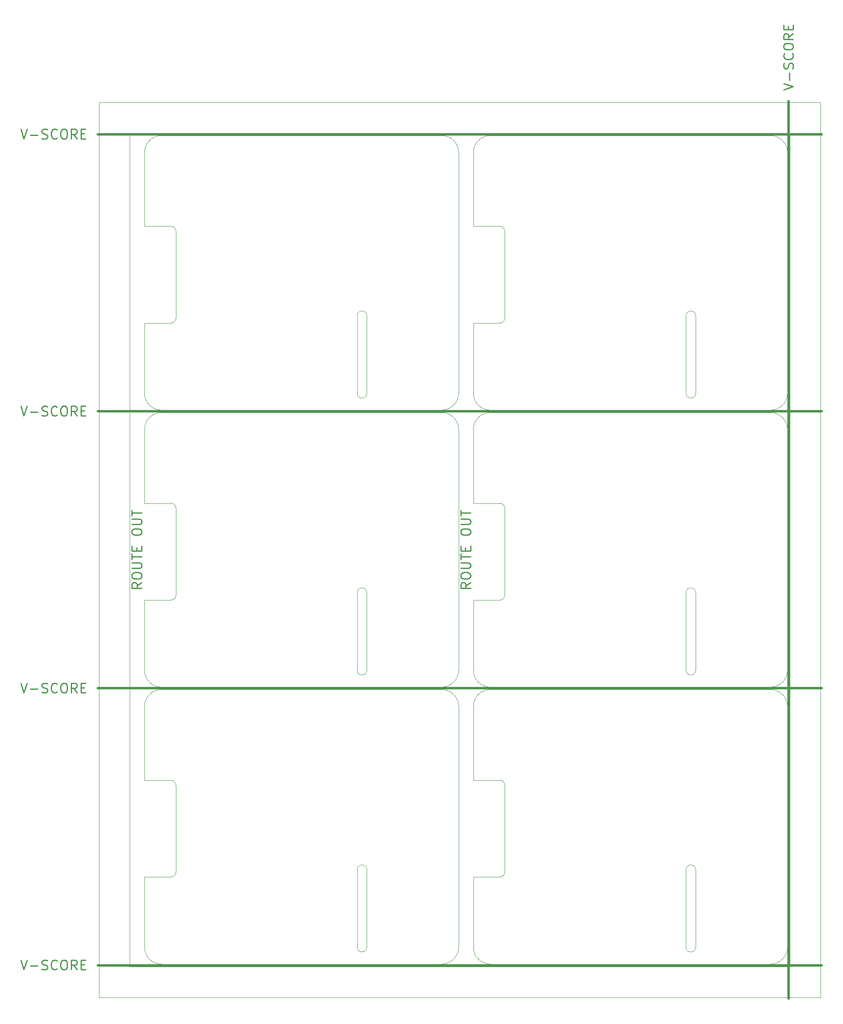
<source format=gko>
%TF.GenerationSoftware,KiCad,Pcbnew,8.0.7*%
%TF.CreationDate,2025-01-21T13:01:45+00:00*%
%TF.ProjectId,SparkFun_GNSS_HAT+_panelized,53706172-6b46-4756-9e5f-474e53535f48,v10*%
%TF.SameCoordinates,Original*%
%TF.FileFunction,Soldermask,Bot*%
%TF.FilePolarity,Negative*%
%FSLAX46Y46*%
G04 Gerber Fmt 4.6, Leading zero omitted, Abs format (unit mm)*
G04 Created by KiCad (PCBNEW 8.0.7) date 2025-01-21 13:01:45*
%MOMM*%
%LPD*%
G01*
G04 APERTURE LIST*
%TA.AperFunction,Profile*%
%ADD10C,0.100000*%
%TD*%
%ADD11C,0.500000*%
%ADD12C,0.250000*%
G04 APERTURE END LIST*
D10*
X73540000Y75250000D02*
X68040000Y75250000D01*
X133040000Y118000000D02*
G75*
G02*
X129540000Y114500000I-3500000J0D01*
G01*
X71540000Y0D02*
G75*
G02*
X68040000Y3500000I0J3500000D01*
G01*
X5500000Y38000000D02*
G75*
G02*
X6500000Y37000000I0J-1000000D01*
G01*
X68040000Y167750000D02*
G75*
G02*
X71540000Y171250000I3500000J0D01*
G01*
X6500000Y94250000D02*
X6500000Y76250000D01*
X73540000Y38000000D02*
G75*
G02*
X74540000Y37000000I0J-1000000D01*
G01*
X139890000Y-6850000D02*
X-9390000Y-6850000D01*
X129540000Y171250000D02*
G75*
G02*
X133040000Y167750000I0J-3500000D01*
G01*
X3500000Y0D02*
G75*
G02*
X0Y3500000I0J3500000D01*
G01*
X73540000Y18000000D02*
X68040000Y18000000D01*
X73540000Y152500000D02*
G75*
G02*
X74540000Y151500000I0J-1000000D01*
G01*
X0Y110500000D02*
X0Y95250000D01*
X74540000Y94250000D02*
X74540000Y76250000D01*
X112040000Y134000000D02*
G75*
G02*
X114040000Y134000000I1000000J0D01*
G01*
X74540000Y133500000D02*
G75*
G02*
X73540000Y132500000I-1000000J0D01*
G01*
X-3040000Y171750000D02*
X133540000Y171750000D01*
X129540000Y56750000D02*
G75*
G02*
X133040000Y53250000I0J-3500000D01*
G01*
X68040000Y53250000D02*
X68040000Y38000000D01*
X5500000Y132500000D02*
X0Y132500000D01*
X114040000Y60750000D02*
G75*
G02*
X112040000Y60750000I-1000000J0D01*
G01*
X0Y18000000D02*
X0Y3500000D01*
X133540000Y-500000D02*
X-3040000Y-500000D01*
X0Y110500000D02*
G75*
G02*
X3500000Y114000000I3500000J0D01*
G01*
X0Y95250000D02*
X5500000Y95250000D01*
X114040000Y3500000D02*
X114040000Y19500000D01*
X65000000Y118000000D02*
X65000000Y167750000D01*
X6500000Y151500000D02*
X6500000Y133500000D01*
X5500000Y95250000D02*
G75*
G02*
X6500000Y94250000I0J-1000000D01*
G01*
X68040000Y132500000D02*
X68040000Y118000000D01*
X68040000Y18000000D02*
X68040000Y3500000D01*
X68040000Y38000000D02*
X73540000Y38000000D01*
X3500000Y0D02*
X61500000Y0D01*
X129540000Y114000000D02*
G75*
G02*
X133040000Y110500000I0J-3500000D01*
G01*
X3500000Y56750000D02*
X61500000Y56750000D01*
X133040000Y60750000D02*
X133040000Y110500000D01*
X133040000Y3500000D02*
G75*
G02*
X129540000Y0I-3500000J0D01*
G01*
X114040000Y118000000D02*
X114040000Y134000000D01*
X65000000Y3500000D02*
X65000000Y53250000D01*
X44000000Y76750000D02*
G75*
G02*
X46000000Y76750000I1000000J0D01*
G01*
X73540000Y95250000D02*
G75*
G02*
X74540000Y94250000I0J-1000000D01*
G01*
X65000000Y60750000D02*
G75*
G02*
X61500000Y57250000I-3500000J0D01*
G01*
X74540000Y19000000D02*
G75*
G02*
X73540000Y18000000I-1000000J0D01*
G01*
X114040000Y60750000D02*
X114040000Y76750000D01*
X6500000Y76250000D02*
G75*
G02*
X5500000Y75250000I-1000000J0D01*
G01*
X68040000Y95250000D02*
X73540000Y95250000D01*
X0Y167750000D02*
G75*
G02*
X3500000Y171250000I3500000J0D01*
G01*
X133040000Y3500000D02*
X133040000Y53250000D01*
X44000000Y134000000D02*
G75*
G02*
X46000000Y134000000I1000000J0D01*
G01*
X68040000Y167750000D02*
X68040000Y152500000D01*
X71540000Y57250000D02*
X129540000Y57250000D01*
X0Y152500000D02*
X5500000Y152500000D01*
X74540000Y76250000D02*
G75*
G02*
X73540000Y75250000I-1000000J0D01*
G01*
X0Y167750000D02*
X0Y152500000D01*
X44000000Y118000000D02*
X44000000Y134000000D01*
X112040000Y76750000D02*
G75*
G02*
X114040000Y76750000I1000000J0D01*
G01*
X112040000Y19500000D02*
G75*
G02*
X114040000Y19500000I1000000J0D01*
G01*
X46000000Y3500000D02*
X46000000Y19500000D01*
X-3040000Y-500000D02*
X-3040000Y171750000D01*
X71540000Y171250000D02*
X129540000Y171250000D01*
X133040000Y60750000D02*
G75*
G02*
X129540000Y57250000I-3500000J0D01*
G01*
X61500000Y171250000D02*
G75*
G02*
X65000000Y167750000I0J-3500000D01*
G01*
X112040000Y3500000D02*
X112040000Y19500000D01*
X74540000Y37000000D02*
X74540000Y19000000D01*
X65000000Y60750000D02*
X65000000Y110500000D01*
X71540000Y114000000D02*
X129540000Y114000000D01*
X68040000Y110500000D02*
G75*
G02*
X71540000Y114000000I3500000J0D01*
G01*
X3500000Y171250000D02*
X61500000Y171250000D01*
X0Y132500000D02*
X0Y118000000D01*
X71540000Y0D02*
X129540000Y0D01*
X3500000Y114000000D02*
X61500000Y114000000D01*
X61500000Y114000000D02*
G75*
G02*
X65000000Y110500000I0J-3500000D01*
G01*
X112040000Y118000000D02*
X112040000Y134000000D01*
X71540000Y114500000D02*
G75*
G02*
X68040000Y118000000I0J3500000D01*
G01*
X114040000Y3500000D02*
G75*
G02*
X112040000Y3500000I-1000000J0D01*
G01*
X46000000Y118000000D02*
X46000000Y134000000D01*
X6500000Y37000000D02*
X6500000Y19000000D01*
X71540000Y56750000D02*
X129540000Y56750000D01*
X0Y53250000D02*
X0Y38000000D01*
X0Y53250000D02*
G75*
G02*
X3500000Y56750000I3500000J0D01*
G01*
X46000000Y118000000D02*
G75*
G02*
X44000000Y118000000I-1000000J0D01*
G01*
X65000000Y118000000D02*
G75*
G02*
X61500000Y114500000I-3500000J0D01*
G01*
X61500000Y56750000D02*
G75*
G02*
X65000000Y53250000I0J-3500000D01*
G01*
X5500000Y152500000D02*
G75*
G02*
X6500000Y151500000I0J-1000000D01*
G01*
X74540000Y151500000D02*
X74540000Y133500000D01*
X71540000Y114500000D02*
X129540000Y114500000D01*
X3500000Y114500000D02*
G75*
G02*
X0Y118000000I0J3500000D01*
G01*
X0Y38000000D02*
X5500000Y38000000D01*
X65000000Y3500000D02*
G75*
G02*
X61500000Y0I-3500000J0D01*
G01*
X68040000Y53250000D02*
G75*
G02*
X71540000Y56750000I3500000J0D01*
G01*
X139890000Y178100000D02*
X139890000Y-6850000D01*
X71540000Y57250000D02*
G75*
G02*
X68040000Y60750000I0J3500000D01*
G01*
X46000000Y3500000D02*
G75*
G02*
X44000000Y3500000I-1000000J0D01*
G01*
X6500000Y133500000D02*
G75*
G02*
X5500000Y132500000I-1000000J0D01*
G01*
X44000000Y19500000D02*
G75*
G02*
X46000000Y19500000I1000000J0D01*
G01*
X114040000Y118000000D02*
G75*
G02*
X112040000Y118000000I-1000000J0D01*
G01*
X68040000Y75250000D02*
X68040000Y60750000D01*
X3500000Y57250000D02*
X61500000Y57250000D01*
X5500000Y75250000D02*
X0Y75250000D01*
X46000000Y60750000D02*
G75*
G02*
X44000000Y60750000I-1000000J0D01*
G01*
X3500000Y114500000D02*
X61500000Y114500000D01*
X-9390000Y-6850000D02*
X-9390000Y178100000D01*
X0Y75250000D02*
X0Y60750000D01*
X3500000Y57250000D02*
G75*
G02*
X0Y60750000I0J3500000D01*
G01*
X133040000Y118000000D02*
X133040000Y167750000D01*
X73540000Y132500000D02*
X68040000Y132500000D01*
X133540000Y171750000D02*
X133540000Y-500000D01*
X68040000Y152500000D02*
X73540000Y152500000D01*
X5500000Y18000000D02*
X0Y18000000D01*
X-9390000Y178100000D02*
X139890000Y178100000D01*
X46000000Y60750000D02*
X46000000Y76750000D01*
X44000000Y60750000D02*
X44000000Y76750000D01*
X68040000Y110500000D02*
X68040000Y95250000D01*
X6500000Y19000000D02*
G75*
G02*
X5500000Y18000000I-1000000J0D01*
G01*
X112040000Y60750000D02*
X112040000Y76750000D01*
X44000000Y3500000D02*
X44000000Y19500000D01*
D11*
X-9640000Y114250000D02*
X140140000Y114250000D01*
X133290000Y178350000D02*
X133290000Y-7100000D01*
X-9640000Y171500000D02*
X140140000Y171500000D01*
X-9640000Y57000000D02*
X140140000Y57000000D01*
X-9640000Y-250000D02*
X140140000Y-250000D01*
D12*
X-25613997Y115337762D02*
X-24947331Y113337762D01*
X-24947331Y113337762D02*
X-24280664Y115337762D01*
X-23613997Y114099667D02*
X-22090187Y114099667D01*
X-21233045Y113433000D02*
X-20947331Y113337762D01*
X-20947331Y113337762D02*
X-20471140Y113337762D01*
X-20471140Y113337762D02*
X-20280664Y113433000D01*
X-20280664Y113433000D02*
X-20185426Y113528239D01*
X-20185426Y113528239D02*
X-20090188Y113718715D01*
X-20090188Y113718715D02*
X-20090188Y113909191D01*
X-20090188Y113909191D02*
X-20185426Y114099667D01*
X-20185426Y114099667D02*
X-20280664Y114194905D01*
X-20280664Y114194905D02*
X-20471140Y114290143D01*
X-20471140Y114290143D02*
X-20852093Y114385381D01*
X-20852093Y114385381D02*
X-21042569Y114480620D01*
X-21042569Y114480620D02*
X-21137807Y114575858D01*
X-21137807Y114575858D02*
X-21233045Y114766334D01*
X-21233045Y114766334D02*
X-21233045Y114956810D01*
X-21233045Y114956810D02*
X-21137807Y115147286D01*
X-21137807Y115147286D02*
X-21042569Y115242524D01*
X-21042569Y115242524D02*
X-20852093Y115337762D01*
X-20852093Y115337762D02*
X-20375902Y115337762D01*
X-20375902Y115337762D02*
X-20090188Y115242524D01*
X-18090188Y113528239D02*
X-18185426Y113433000D01*
X-18185426Y113433000D02*
X-18471140Y113337762D01*
X-18471140Y113337762D02*
X-18661616Y113337762D01*
X-18661616Y113337762D02*
X-18947331Y113433000D01*
X-18947331Y113433000D02*
X-19137807Y113623477D01*
X-19137807Y113623477D02*
X-19233045Y113813953D01*
X-19233045Y113813953D02*
X-19328283Y114194905D01*
X-19328283Y114194905D02*
X-19328283Y114480620D01*
X-19328283Y114480620D02*
X-19233045Y114861572D01*
X-19233045Y114861572D02*
X-19137807Y115052048D01*
X-19137807Y115052048D02*
X-18947331Y115242524D01*
X-18947331Y115242524D02*
X-18661616Y115337762D01*
X-18661616Y115337762D02*
X-18471140Y115337762D01*
X-18471140Y115337762D02*
X-18185426Y115242524D01*
X-18185426Y115242524D02*
X-18090188Y115147286D01*
X-16852093Y115337762D02*
X-16471140Y115337762D01*
X-16471140Y115337762D02*
X-16280664Y115242524D01*
X-16280664Y115242524D02*
X-16090188Y115052048D01*
X-16090188Y115052048D02*
X-15994950Y114671096D01*
X-15994950Y114671096D02*
X-15994950Y114004429D01*
X-15994950Y114004429D02*
X-16090188Y113623477D01*
X-16090188Y113623477D02*
X-16280664Y113433000D01*
X-16280664Y113433000D02*
X-16471140Y113337762D01*
X-16471140Y113337762D02*
X-16852093Y113337762D01*
X-16852093Y113337762D02*
X-17042569Y113433000D01*
X-17042569Y113433000D02*
X-17233045Y113623477D01*
X-17233045Y113623477D02*
X-17328283Y114004429D01*
X-17328283Y114004429D02*
X-17328283Y114671096D01*
X-17328283Y114671096D02*
X-17233045Y115052048D01*
X-17233045Y115052048D02*
X-17042569Y115242524D01*
X-17042569Y115242524D02*
X-16852093Y115337762D01*
X-13994950Y113337762D02*
X-14661617Y114290143D01*
X-15137807Y113337762D02*
X-15137807Y115337762D01*
X-15137807Y115337762D02*
X-14375902Y115337762D01*
X-14375902Y115337762D02*
X-14185426Y115242524D01*
X-14185426Y115242524D02*
X-14090188Y115147286D01*
X-14090188Y115147286D02*
X-13994950Y114956810D01*
X-13994950Y114956810D02*
X-13994950Y114671096D01*
X-13994950Y114671096D02*
X-14090188Y114480620D01*
X-14090188Y114480620D02*
X-14185426Y114385381D01*
X-14185426Y114385381D02*
X-14375902Y114290143D01*
X-14375902Y114290143D02*
X-15137807Y114290143D01*
X-13137807Y114385381D02*
X-12471140Y114385381D01*
X-12185426Y113337762D02*
X-13137807Y113337762D01*
X-13137807Y113337762D02*
X-13137807Y115337762D01*
X-13137807Y115337762D02*
X-12185426Y115337762D01*
X-607762Y78863095D02*
X-1560143Y78196428D01*
X-607762Y77720238D02*
X-2607762Y77720238D01*
X-2607762Y77720238D02*
X-2607762Y78482143D01*
X-2607762Y78482143D02*
X-2512524Y78672619D01*
X-2512524Y78672619D02*
X-2417286Y78767857D01*
X-2417286Y78767857D02*
X-2226810Y78863095D01*
X-2226810Y78863095D02*
X-1941096Y78863095D01*
X-1941096Y78863095D02*
X-1750620Y78767857D01*
X-1750620Y78767857D02*
X-1655381Y78672619D01*
X-1655381Y78672619D02*
X-1560143Y78482143D01*
X-1560143Y78482143D02*
X-1560143Y77720238D01*
X-2607762Y80101190D02*
X-2607762Y80482143D01*
X-2607762Y80482143D02*
X-2512524Y80672619D01*
X-2512524Y80672619D02*
X-2322048Y80863095D01*
X-2322048Y80863095D02*
X-1941096Y80958333D01*
X-1941096Y80958333D02*
X-1274429Y80958333D01*
X-1274429Y80958333D02*
X-893477Y80863095D01*
X-893477Y80863095D02*
X-703000Y80672619D01*
X-703000Y80672619D02*
X-607762Y80482143D01*
X-607762Y80482143D02*
X-607762Y80101190D01*
X-607762Y80101190D02*
X-703000Y79910714D01*
X-703000Y79910714D02*
X-893477Y79720238D01*
X-893477Y79720238D02*
X-1274429Y79625000D01*
X-1274429Y79625000D02*
X-1941096Y79625000D01*
X-1941096Y79625000D02*
X-2322048Y79720238D01*
X-2322048Y79720238D02*
X-2512524Y79910714D01*
X-2512524Y79910714D02*
X-2607762Y80101190D01*
X-2607762Y81815476D02*
X-988715Y81815476D01*
X-988715Y81815476D02*
X-798239Y81910714D01*
X-798239Y81910714D02*
X-703000Y82005952D01*
X-703000Y82005952D02*
X-607762Y82196428D01*
X-607762Y82196428D02*
X-607762Y82577381D01*
X-607762Y82577381D02*
X-703000Y82767857D01*
X-703000Y82767857D02*
X-798239Y82863095D01*
X-798239Y82863095D02*
X-988715Y82958333D01*
X-988715Y82958333D02*
X-2607762Y82958333D01*
X-2607762Y83625000D02*
X-2607762Y84767857D01*
X-607762Y84196428D02*
X-2607762Y84196428D01*
X-1655381Y85434524D02*
X-1655381Y86101191D01*
X-607762Y86386905D02*
X-607762Y85434524D01*
X-607762Y85434524D02*
X-2607762Y85434524D01*
X-2607762Y85434524D02*
X-2607762Y86386905D01*
X-2607762Y89148810D02*
X-2607762Y89529763D01*
X-2607762Y89529763D02*
X-2512524Y89720239D01*
X-2512524Y89720239D02*
X-2322048Y89910715D01*
X-2322048Y89910715D02*
X-1941096Y90005953D01*
X-1941096Y90005953D02*
X-1274429Y90005953D01*
X-1274429Y90005953D02*
X-893477Y89910715D01*
X-893477Y89910715D02*
X-703000Y89720239D01*
X-703000Y89720239D02*
X-607762Y89529763D01*
X-607762Y89529763D02*
X-607762Y89148810D01*
X-607762Y89148810D02*
X-703000Y88958334D01*
X-703000Y88958334D02*
X-893477Y88767858D01*
X-893477Y88767858D02*
X-1274429Y88672620D01*
X-1274429Y88672620D02*
X-1941096Y88672620D01*
X-1941096Y88672620D02*
X-2322048Y88767858D01*
X-2322048Y88767858D02*
X-2512524Y88958334D01*
X-2512524Y88958334D02*
X-2607762Y89148810D01*
X-2607762Y90863096D02*
X-988715Y90863096D01*
X-988715Y90863096D02*
X-798239Y90958334D01*
X-798239Y90958334D02*
X-703000Y91053572D01*
X-703000Y91053572D02*
X-607762Y91244048D01*
X-607762Y91244048D02*
X-607762Y91625001D01*
X-607762Y91625001D02*
X-703000Y91815477D01*
X-703000Y91815477D02*
X-798239Y91910715D01*
X-798239Y91910715D02*
X-988715Y92005953D01*
X-988715Y92005953D02*
X-2607762Y92005953D01*
X-2607762Y92672620D02*
X-2607762Y93815477D01*
X-607762Y93244048D02*
X-2607762Y93244048D01*
X-25613997Y837762D02*
X-24947331Y-1162238D01*
X-24947331Y-1162238D02*
X-24280664Y837762D01*
X-23613997Y-400333D02*
X-22090187Y-400333D01*
X-21233045Y-1067000D02*
X-20947331Y-1162238D01*
X-20947331Y-1162238D02*
X-20471140Y-1162238D01*
X-20471140Y-1162238D02*
X-20280664Y-1067000D01*
X-20280664Y-1067000D02*
X-20185426Y-971761D01*
X-20185426Y-971761D02*
X-20090188Y-781285D01*
X-20090188Y-781285D02*
X-20090188Y-590809D01*
X-20090188Y-590809D02*
X-20185426Y-400333D01*
X-20185426Y-400333D02*
X-20280664Y-305095D01*
X-20280664Y-305095D02*
X-20471140Y-209857D01*
X-20471140Y-209857D02*
X-20852093Y-114619D01*
X-20852093Y-114619D02*
X-21042569Y-19380D01*
X-21042569Y-19380D02*
X-21137807Y75858D01*
X-21137807Y75858D02*
X-21233045Y266334D01*
X-21233045Y266334D02*
X-21233045Y456810D01*
X-21233045Y456810D02*
X-21137807Y647286D01*
X-21137807Y647286D02*
X-21042569Y742524D01*
X-21042569Y742524D02*
X-20852093Y837762D01*
X-20852093Y837762D02*
X-20375902Y837762D01*
X-20375902Y837762D02*
X-20090188Y742524D01*
X-18090188Y-971761D02*
X-18185426Y-1067000D01*
X-18185426Y-1067000D02*
X-18471140Y-1162238D01*
X-18471140Y-1162238D02*
X-18661616Y-1162238D01*
X-18661616Y-1162238D02*
X-18947331Y-1067000D01*
X-18947331Y-1067000D02*
X-19137807Y-876523D01*
X-19137807Y-876523D02*
X-19233045Y-686047D01*
X-19233045Y-686047D02*
X-19328283Y-305095D01*
X-19328283Y-305095D02*
X-19328283Y-19380D01*
X-19328283Y-19380D02*
X-19233045Y361572D01*
X-19233045Y361572D02*
X-19137807Y552048D01*
X-19137807Y552048D02*
X-18947331Y742524D01*
X-18947331Y742524D02*
X-18661616Y837762D01*
X-18661616Y837762D02*
X-18471140Y837762D01*
X-18471140Y837762D02*
X-18185426Y742524D01*
X-18185426Y742524D02*
X-18090188Y647286D01*
X-16852093Y837762D02*
X-16471140Y837762D01*
X-16471140Y837762D02*
X-16280664Y742524D01*
X-16280664Y742524D02*
X-16090188Y552048D01*
X-16090188Y552048D02*
X-15994950Y171096D01*
X-15994950Y171096D02*
X-15994950Y-495571D01*
X-15994950Y-495571D02*
X-16090188Y-876523D01*
X-16090188Y-876523D02*
X-16280664Y-1067000D01*
X-16280664Y-1067000D02*
X-16471140Y-1162238D01*
X-16471140Y-1162238D02*
X-16852093Y-1162238D01*
X-16852093Y-1162238D02*
X-17042569Y-1067000D01*
X-17042569Y-1067000D02*
X-17233045Y-876523D01*
X-17233045Y-876523D02*
X-17328283Y-495571D01*
X-17328283Y-495571D02*
X-17328283Y171096D01*
X-17328283Y171096D02*
X-17233045Y552048D01*
X-17233045Y552048D02*
X-17042569Y742524D01*
X-17042569Y742524D02*
X-16852093Y837762D01*
X-13994950Y-1162238D02*
X-14661617Y-209857D01*
X-15137807Y-1162238D02*
X-15137807Y837762D01*
X-15137807Y837762D02*
X-14375902Y837762D01*
X-14375902Y837762D02*
X-14185426Y742524D01*
X-14185426Y742524D02*
X-14090188Y647286D01*
X-14090188Y647286D02*
X-13994950Y456810D01*
X-13994950Y456810D02*
X-13994950Y171096D01*
X-13994950Y171096D02*
X-14090188Y-19380D01*
X-14090188Y-19380D02*
X-14185426Y-114619D01*
X-14185426Y-114619D02*
X-14375902Y-209857D01*
X-14375902Y-209857D02*
X-15137807Y-209857D01*
X-13137807Y-114619D02*
X-12471140Y-114619D01*
X-12185426Y-1162238D02*
X-13137807Y-1162238D01*
X-13137807Y-1162238D02*
X-13137807Y837762D01*
X-13137807Y837762D02*
X-12185426Y837762D01*
X-25613997Y58087762D02*
X-24947331Y56087762D01*
X-24947331Y56087762D02*
X-24280664Y58087762D01*
X-23613997Y56849667D02*
X-22090187Y56849667D01*
X-21233045Y56183000D02*
X-20947331Y56087762D01*
X-20947331Y56087762D02*
X-20471140Y56087762D01*
X-20471140Y56087762D02*
X-20280664Y56183000D01*
X-20280664Y56183000D02*
X-20185426Y56278239D01*
X-20185426Y56278239D02*
X-20090188Y56468715D01*
X-20090188Y56468715D02*
X-20090188Y56659191D01*
X-20090188Y56659191D02*
X-20185426Y56849667D01*
X-20185426Y56849667D02*
X-20280664Y56944905D01*
X-20280664Y56944905D02*
X-20471140Y57040143D01*
X-20471140Y57040143D02*
X-20852093Y57135381D01*
X-20852093Y57135381D02*
X-21042569Y57230620D01*
X-21042569Y57230620D02*
X-21137807Y57325858D01*
X-21137807Y57325858D02*
X-21233045Y57516334D01*
X-21233045Y57516334D02*
X-21233045Y57706810D01*
X-21233045Y57706810D02*
X-21137807Y57897286D01*
X-21137807Y57897286D02*
X-21042569Y57992524D01*
X-21042569Y57992524D02*
X-20852093Y58087762D01*
X-20852093Y58087762D02*
X-20375902Y58087762D01*
X-20375902Y58087762D02*
X-20090188Y57992524D01*
X-18090188Y56278239D02*
X-18185426Y56183000D01*
X-18185426Y56183000D02*
X-18471140Y56087762D01*
X-18471140Y56087762D02*
X-18661616Y56087762D01*
X-18661616Y56087762D02*
X-18947331Y56183000D01*
X-18947331Y56183000D02*
X-19137807Y56373477D01*
X-19137807Y56373477D02*
X-19233045Y56563953D01*
X-19233045Y56563953D02*
X-19328283Y56944905D01*
X-19328283Y56944905D02*
X-19328283Y57230620D01*
X-19328283Y57230620D02*
X-19233045Y57611572D01*
X-19233045Y57611572D02*
X-19137807Y57802048D01*
X-19137807Y57802048D02*
X-18947331Y57992524D01*
X-18947331Y57992524D02*
X-18661616Y58087762D01*
X-18661616Y58087762D02*
X-18471140Y58087762D01*
X-18471140Y58087762D02*
X-18185426Y57992524D01*
X-18185426Y57992524D02*
X-18090188Y57897286D01*
X-16852093Y58087762D02*
X-16471140Y58087762D01*
X-16471140Y58087762D02*
X-16280664Y57992524D01*
X-16280664Y57992524D02*
X-16090188Y57802048D01*
X-16090188Y57802048D02*
X-15994950Y57421096D01*
X-15994950Y57421096D02*
X-15994950Y56754429D01*
X-15994950Y56754429D02*
X-16090188Y56373477D01*
X-16090188Y56373477D02*
X-16280664Y56183000D01*
X-16280664Y56183000D02*
X-16471140Y56087762D01*
X-16471140Y56087762D02*
X-16852093Y56087762D01*
X-16852093Y56087762D02*
X-17042569Y56183000D01*
X-17042569Y56183000D02*
X-17233045Y56373477D01*
X-17233045Y56373477D02*
X-17328283Y56754429D01*
X-17328283Y56754429D02*
X-17328283Y57421096D01*
X-17328283Y57421096D02*
X-17233045Y57802048D01*
X-17233045Y57802048D02*
X-17042569Y57992524D01*
X-17042569Y57992524D02*
X-16852093Y58087762D01*
X-13994950Y56087762D02*
X-14661617Y57040143D01*
X-15137807Y56087762D02*
X-15137807Y58087762D01*
X-15137807Y58087762D02*
X-14375902Y58087762D01*
X-14375902Y58087762D02*
X-14185426Y57992524D01*
X-14185426Y57992524D02*
X-14090188Y57897286D01*
X-14090188Y57897286D02*
X-13994950Y57706810D01*
X-13994950Y57706810D02*
X-13994950Y57421096D01*
X-13994950Y57421096D02*
X-14090188Y57230620D01*
X-14090188Y57230620D02*
X-14185426Y57135381D01*
X-14185426Y57135381D02*
X-14375902Y57040143D01*
X-14375902Y57040143D02*
X-15137807Y57040143D01*
X-13137807Y57135381D02*
X-12471140Y57135381D01*
X-12185426Y56087762D02*
X-13137807Y56087762D01*
X-13137807Y56087762D02*
X-13137807Y58087762D01*
X-13137807Y58087762D02*
X-12185426Y58087762D01*
X-25613997Y172587761D02*
X-24947331Y170587761D01*
X-24947331Y170587761D02*
X-24280664Y172587761D01*
X-23613997Y171349666D02*
X-22090187Y171349666D01*
X-21233045Y170683000D02*
X-20947331Y170587761D01*
X-20947331Y170587761D02*
X-20471140Y170587761D01*
X-20471140Y170587761D02*
X-20280664Y170683000D01*
X-20280664Y170683000D02*
X-20185426Y170778238D01*
X-20185426Y170778238D02*
X-20090188Y170968714D01*
X-20090188Y170968714D02*
X-20090188Y171159190D01*
X-20090188Y171159190D02*
X-20185426Y171349666D01*
X-20185426Y171349666D02*
X-20280664Y171444904D01*
X-20280664Y171444904D02*
X-20471140Y171540142D01*
X-20471140Y171540142D02*
X-20852093Y171635380D01*
X-20852093Y171635380D02*
X-21042569Y171730619D01*
X-21042569Y171730619D02*
X-21137807Y171825857D01*
X-21137807Y171825857D02*
X-21233045Y172016333D01*
X-21233045Y172016333D02*
X-21233045Y172206809D01*
X-21233045Y172206809D02*
X-21137807Y172397285D01*
X-21137807Y172397285D02*
X-21042569Y172492523D01*
X-21042569Y172492523D02*
X-20852093Y172587761D01*
X-20852093Y172587761D02*
X-20375902Y172587761D01*
X-20375902Y172587761D02*
X-20090188Y172492523D01*
X-18090188Y170778238D02*
X-18185426Y170683000D01*
X-18185426Y170683000D02*
X-18471140Y170587761D01*
X-18471140Y170587761D02*
X-18661616Y170587761D01*
X-18661616Y170587761D02*
X-18947331Y170683000D01*
X-18947331Y170683000D02*
X-19137807Y170873476D01*
X-19137807Y170873476D02*
X-19233045Y171063952D01*
X-19233045Y171063952D02*
X-19328283Y171444904D01*
X-19328283Y171444904D02*
X-19328283Y171730619D01*
X-19328283Y171730619D02*
X-19233045Y172111571D01*
X-19233045Y172111571D02*
X-19137807Y172302047D01*
X-19137807Y172302047D02*
X-18947331Y172492523D01*
X-18947331Y172492523D02*
X-18661616Y172587761D01*
X-18661616Y172587761D02*
X-18471140Y172587761D01*
X-18471140Y172587761D02*
X-18185426Y172492523D01*
X-18185426Y172492523D02*
X-18090188Y172397285D01*
X-16852093Y172587761D02*
X-16471140Y172587761D01*
X-16471140Y172587761D02*
X-16280664Y172492523D01*
X-16280664Y172492523D02*
X-16090188Y172302047D01*
X-16090188Y172302047D02*
X-15994950Y171921095D01*
X-15994950Y171921095D02*
X-15994950Y171254428D01*
X-15994950Y171254428D02*
X-16090188Y170873476D01*
X-16090188Y170873476D02*
X-16280664Y170683000D01*
X-16280664Y170683000D02*
X-16471140Y170587761D01*
X-16471140Y170587761D02*
X-16852093Y170587761D01*
X-16852093Y170587761D02*
X-17042569Y170683000D01*
X-17042569Y170683000D02*
X-17233045Y170873476D01*
X-17233045Y170873476D02*
X-17328283Y171254428D01*
X-17328283Y171254428D02*
X-17328283Y171921095D01*
X-17328283Y171921095D02*
X-17233045Y172302047D01*
X-17233045Y172302047D02*
X-17042569Y172492523D01*
X-17042569Y172492523D02*
X-16852093Y172587761D01*
X-13994950Y170587761D02*
X-14661617Y171540142D01*
X-15137807Y170587761D02*
X-15137807Y172587761D01*
X-15137807Y172587761D02*
X-14375902Y172587761D01*
X-14375902Y172587761D02*
X-14185426Y172492523D01*
X-14185426Y172492523D02*
X-14090188Y172397285D01*
X-14090188Y172397285D02*
X-13994950Y172206809D01*
X-13994950Y172206809D02*
X-13994950Y171921095D01*
X-13994950Y171921095D02*
X-14090188Y171730619D01*
X-14090188Y171730619D02*
X-14185426Y171635380D01*
X-14185426Y171635380D02*
X-14375902Y171540142D01*
X-14375902Y171540142D02*
X-15137807Y171540142D01*
X-13137807Y171635380D02*
X-12471140Y171635380D01*
X-12185426Y170587761D02*
X-13137807Y170587761D01*
X-13137807Y170587761D02*
X-13137807Y172587761D01*
X-13137807Y172587761D02*
X-12185426Y172587761D01*
X132202238Y180704949D02*
X134202238Y181371615D01*
X134202238Y181371615D02*
X132202238Y182038282D01*
X133440333Y182704949D02*
X133440333Y184228759D01*
X134107000Y185085901D02*
X134202238Y185371615D01*
X134202238Y185371615D02*
X134202238Y185847806D01*
X134202238Y185847806D02*
X134107000Y186038282D01*
X134107000Y186038282D02*
X134011761Y186133520D01*
X134011761Y186133520D02*
X133821285Y186228758D01*
X133821285Y186228758D02*
X133630809Y186228758D01*
X133630809Y186228758D02*
X133440333Y186133520D01*
X133440333Y186133520D02*
X133345095Y186038282D01*
X133345095Y186038282D02*
X133249857Y185847806D01*
X133249857Y185847806D02*
X133154619Y185466853D01*
X133154619Y185466853D02*
X133059380Y185276377D01*
X133059380Y185276377D02*
X132964142Y185181139D01*
X132964142Y185181139D02*
X132773666Y185085901D01*
X132773666Y185085901D02*
X132583190Y185085901D01*
X132583190Y185085901D02*
X132392714Y185181139D01*
X132392714Y185181139D02*
X132297476Y185276377D01*
X132297476Y185276377D02*
X132202238Y185466853D01*
X132202238Y185466853D02*
X132202238Y185943044D01*
X132202238Y185943044D02*
X132297476Y186228758D01*
X134011761Y188228758D02*
X134107000Y188133520D01*
X134107000Y188133520D02*
X134202238Y187847806D01*
X134202238Y187847806D02*
X134202238Y187657330D01*
X134202238Y187657330D02*
X134107000Y187371615D01*
X134107000Y187371615D02*
X133916523Y187181139D01*
X133916523Y187181139D02*
X133726047Y187085901D01*
X133726047Y187085901D02*
X133345095Y186990663D01*
X133345095Y186990663D02*
X133059380Y186990663D01*
X133059380Y186990663D02*
X132678428Y187085901D01*
X132678428Y187085901D02*
X132487952Y187181139D01*
X132487952Y187181139D02*
X132297476Y187371615D01*
X132297476Y187371615D02*
X132202238Y187657330D01*
X132202238Y187657330D02*
X132202238Y187847806D01*
X132202238Y187847806D02*
X132297476Y188133520D01*
X132297476Y188133520D02*
X132392714Y188228758D01*
X132202238Y189466853D02*
X132202238Y189847806D01*
X132202238Y189847806D02*
X132297476Y190038282D01*
X132297476Y190038282D02*
X132487952Y190228758D01*
X132487952Y190228758D02*
X132868904Y190323996D01*
X132868904Y190323996D02*
X133535571Y190323996D01*
X133535571Y190323996D02*
X133916523Y190228758D01*
X133916523Y190228758D02*
X134107000Y190038282D01*
X134107000Y190038282D02*
X134202238Y189847806D01*
X134202238Y189847806D02*
X134202238Y189466853D01*
X134202238Y189466853D02*
X134107000Y189276377D01*
X134107000Y189276377D02*
X133916523Y189085901D01*
X133916523Y189085901D02*
X133535571Y188990663D01*
X133535571Y188990663D02*
X132868904Y188990663D01*
X132868904Y188990663D02*
X132487952Y189085901D01*
X132487952Y189085901D02*
X132297476Y189276377D01*
X132297476Y189276377D02*
X132202238Y189466853D01*
X134202238Y192323996D02*
X133249857Y191657329D01*
X134202238Y191181139D02*
X132202238Y191181139D01*
X132202238Y191181139D02*
X132202238Y191943044D01*
X132202238Y191943044D02*
X132297476Y192133520D01*
X132297476Y192133520D02*
X132392714Y192228758D01*
X132392714Y192228758D02*
X132583190Y192323996D01*
X132583190Y192323996D02*
X132868904Y192323996D01*
X132868904Y192323996D02*
X133059380Y192228758D01*
X133059380Y192228758D02*
X133154619Y192133520D01*
X133154619Y192133520D02*
X133249857Y191943044D01*
X133249857Y191943044D02*
X133249857Y191181139D01*
X133154619Y193181139D02*
X133154619Y193847806D01*
X134202238Y194133520D02*
X134202238Y193181139D01*
X134202238Y193181139D02*
X132202238Y193181139D01*
X132202238Y193181139D02*
X132202238Y194133520D01*
X67432238Y78863095D02*
X66479857Y78196428D01*
X67432238Y77720238D02*
X65432238Y77720238D01*
X65432238Y77720238D02*
X65432238Y78482143D01*
X65432238Y78482143D02*
X65527476Y78672619D01*
X65527476Y78672619D02*
X65622714Y78767857D01*
X65622714Y78767857D02*
X65813190Y78863095D01*
X65813190Y78863095D02*
X66098904Y78863095D01*
X66098904Y78863095D02*
X66289380Y78767857D01*
X66289380Y78767857D02*
X66384619Y78672619D01*
X66384619Y78672619D02*
X66479857Y78482143D01*
X66479857Y78482143D02*
X66479857Y77720238D01*
X65432238Y80101190D02*
X65432238Y80482143D01*
X65432238Y80482143D02*
X65527476Y80672619D01*
X65527476Y80672619D02*
X65717952Y80863095D01*
X65717952Y80863095D02*
X66098904Y80958333D01*
X66098904Y80958333D02*
X66765571Y80958333D01*
X66765571Y80958333D02*
X67146523Y80863095D01*
X67146523Y80863095D02*
X67337000Y80672619D01*
X67337000Y80672619D02*
X67432238Y80482143D01*
X67432238Y80482143D02*
X67432238Y80101190D01*
X67432238Y80101190D02*
X67337000Y79910714D01*
X67337000Y79910714D02*
X67146523Y79720238D01*
X67146523Y79720238D02*
X66765571Y79625000D01*
X66765571Y79625000D02*
X66098904Y79625000D01*
X66098904Y79625000D02*
X65717952Y79720238D01*
X65717952Y79720238D02*
X65527476Y79910714D01*
X65527476Y79910714D02*
X65432238Y80101190D01*
X65432238Y81815476D02*
X67051285Y81815476D01*
X67051285Y81815476D02*
X67241761Y81910714D01*
X67241761Y81910714D02*
X67337000Y82005952D01*
X67337000Y82005952D02*
X67432238Y82196428D01*
X67432238Y82196428D02*
X67432238Y82577381D01*
X67432238Y82577381D02*
X67337000Y82767857D01*
X67337000Y82767857D02*
X67241761Y82863095D01*
X67241761Y82863095D02*
X67051285Y82958333D01*
X67051285Y82958333D02*
X65432238Y82958333D01*
X65432238Y83625000D02*
X65432238Y84767857D01*
X67432238Y84196428D02*
X65432238Y84196428D01*
X66384619Y85434524D02*
X66384619Y86101191D01*
X67432238Y86386905D02*
X67432238Y85434524D01*
X67432238Y85434524D02*
X65432238Y85434524D01*
X65432238Y85434524D02*
X65432238Y86386905D01*
X65432238Y89148810D02*
X65432238Y89529763D01*
X65432238Y89529763D02*
X65527476Y89720239D01*
X65527476Y89720239D02*
X65717952Y89910715D01*
X65717952Y89910715D02*
X66098904Y90005953D01*
X66098904Y90005953D02*
X66765571Y90005953D01*
X66765571Y90005953D02*
X67146523Y89910715D01*
X67146523Y89910715D02*
X67337000Y89720239D01*
X67337000Y89720239D02*
X67432238Y89529763D01*
X67432238Y89529763D02*
X67432238Y89148810D01*
X67432238Y89148810D02*
X67337000Y88958334D01*
X67337000Y88958334D02*
X67146523Y88767858D01*
X67146523Y88767858D02*
X66765571Y88672620D01*
X66765571Y88672620D02*
X66098904Y88672620D01*
X66098904Y88672620D02*
X65717952Y88767858D01*
X65717952Y88767858D02*
X65527476Y88958334D01*
X65527476Y88958334D02*
X65432238Y89148810D01*
X65432238Y90863096D02*
X67051285Y90863096D01*
X67051285Y90863096D02*
X67241761Y90958334D01*
X67241761Y90958334D02*
X67337000Y91053572D01*
X67337000Y91053572D02*
X67432238Y91244048D01*
X67432238Y91244048D02*
X67432238Y91625001D01*
X67432238Y91625001D02*
X67337000Y91815477D01*
X67337000Y91815477D02*
X67241761Y91910715D01*
X67241761Y91910715D02*
X67051285Y92005953D01*
X67051285Y92005953D02*
X65432238Y92005953D01*
X65432238Y92672620D02*
X65432238Y93815477D01*
X67432238Y93244048D02*
X65432238Y93244048D01*
M02*

</source>
